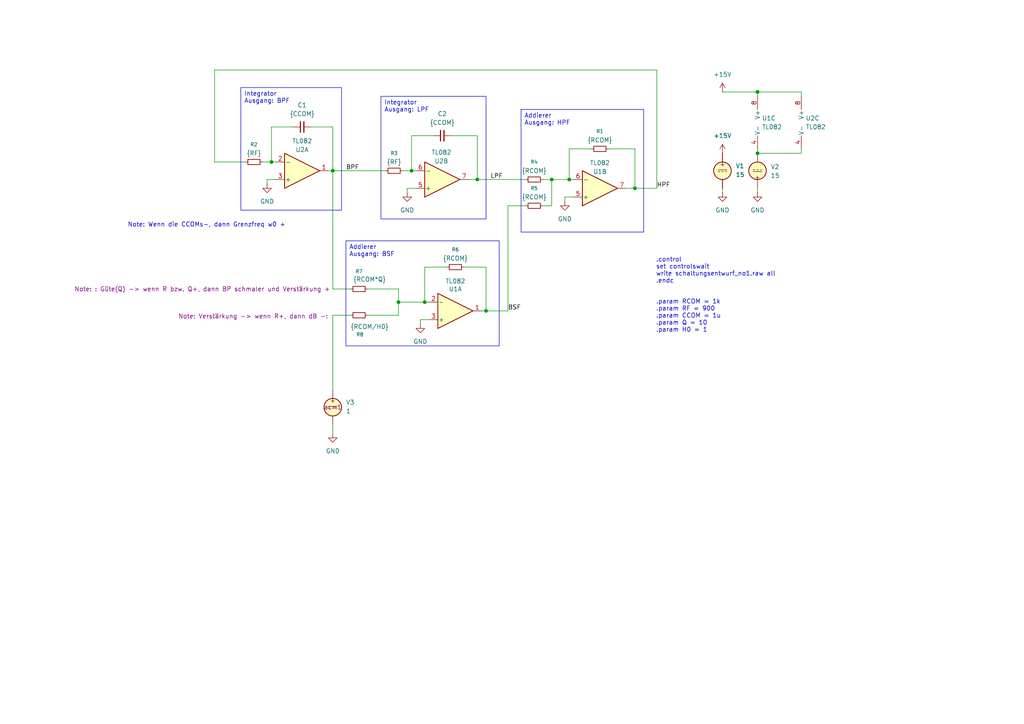
<source format=kicad_sch>
(kicad_sch (version 20250114) (generator "eeschema") (generator_version "9.0")
  (paper "A4")
  (lib_symbols
    (symbol "Amplifier_Operational:TL082" (pin_names (offset 0.127))
      (property "Reference" "U" (at 0 5.08 0))
      (property "Value" "TL082" (at 0 -5.08 0))
      (symbol "TL082_1_1"
        (polyline (pts (xy -5.08 5.08) (xy 5.08 0) (xy -5.08 -5.08) (xy -5.08 5.08)) (stroke (width 0.254)) (fill (type background)))
        (pin input line (at -7.62 2.54 0) (length 2.54) (name "+") (number "3"))
        (pin input line (at -7.62 -2.54 0) (length 2.54) (name "-") (number "2"))
        (pin output line (at 7.62 0 180) (length 2.54) (name "~") (number "1"))
      )
      (symbol "TL082_2_1"
        (polyline (pts (xy -5.08 5.08) (xy 5.08 0) (xy -5.08 -5.08) (xy -5.08 5.08)) (stroke (width 0.254)) (fill (type background)))
        (pin input line (at -7.62 2.54 0) (length 2.54) (name "+") (number "5"))
        (pin input line (at -7.62 -2.54 0) (length 2.54) (name "-") (number "6"))
        (pin output line (at 7.62 0 180) (length 2.54) (name "~") (number "7"))
      )
      (symbol "TL082_3_1"
        (pin power_in line (at -2.54 7.62 270) (length 3.81) (name "V+") (number "8"))
        (pin power_in line (at -2.54 -7.62 90) (length 3.81) (name "V-") (number "4"))
      )
    )
    (symbol "Device:C_Small" (pin_numbers (hide yes)) (pin_names (offset 0.254) (hide yes))
      (property "Reference" "C" (at 0.254 1.778 0))
      (property "Value" "C_Small" (at 0.254 -2.032 0))
      (symbol "C_Small_0_1"
        (polyline (pts (xy -1.524 0.508) (xy 1.524 0.508)) (stroke (width 0.3048)))
        (polyline (pts (xy -1.524 -0.508) (xy 1.524 -0.508)) (stroke (width 0.3302)))
      )
      (symbol "C_Small_1_1"
        (pin passive line (at 0 2.54 270) (length 2.032) (name "~") (number "1"))
        (pin passive line (at 0 -2.54 90) (length 2.032) (name "~") (number "2"))
      )
    )
    (symbol "Device:R_Small" (pin_numbers (hide yes)) (pin_names (offset 0.254) (hide yes))
      (property "Reference" "R" (at 0 0 90))
      (property "Value" "R_Small" (at 1.778 0 90))
      (symbol "R_Small_0_1"
        (rectangle (start -0.762 1.778) (end 0.762 -1.778) (stroke (width 0.2032)))
      )
      (symbol "R_Small_1_1"
        (pin passive line (at 0 2.54 270) (length 0.762) (name "~") (number "1"))
        (pin passive line (at 0 -2.54 90) (length 0.762) (name "~") (number "2"))
      )
    )
    (symbol "Simulation_SPICE:VDC" (pin_numbers (hide yes)) (pin_names (offset 0.0254))
      (property "Reference" "V" (at 2.54 2.54 0))
      (property "Value" "1" (at 2.54 0 0))
      (symbol "VDC_0_0"
        (polyline (pts (xy -1.27 0.254) (xy 1.27 0.254)))
        (polyline (pts (xy -0.762 -0.254) (xy -1.27 -0.254)))
        (polyline (pts (xy 0.254 -0.254) (xy -0.254 -0.254)))
        (polyline (pts (xy 1.27 -0.254) (xy 0.762 -0.254)))
        (text "+" (at 0 1.905 0) (effects (font (size 1.27 1.27))))
      )
      (symbol "VDC_0_1"
        (circle (center 0 0) (radius 2.54) (stroke (width 0.254)) (fill (type background)))
      )
      (symbol "VDC_1_1"
        (pin passive line (at 0 5.08 270) (length 2.54) (name "~") (number "1"))
        (pin passive line (at 0 -5.08 90) (length 2.54) (name "~") (number "2"))
      )
    )
    (symbol "power:+15V" (power) (pin_numbers (hide yes)) (pin_names (offset 0) (hide yes))
      (property "Value" "+15V" (at 0 3.556 0))
      (symbol "+15V_0_1"
        (polyline (pts (xy -0.762 1.27) (xy 0 2.54)))
        (polyline (pts (xy 0 2.54) (xy 0.762 1.27)))
        (polyline (pts (xy 0 0) (xy 0 2.54)))
      )
      (symbol "+15V_1_1"
        (pin power_in line (at 0 0 90) (length 0) (name "~") (number "1"))
      )
    )
    (symbol "power:GND" (power) (pin_numbers (hide yes)) (pin_names (offset 0) (hide yes))
      (property "Value" "GND" (at 0 -3.81 0))
      (symbol "GND_0_1"
        (polyline (pts (xy 0 0) (xy 0 -1.27) (xy 1.27 -1.27) (xy 0 -2.54) (xy -1.27 -1.27) (xy 0 -1.27)))
      )
      (symbol "GND_1_1"
        (pin power_in line (at 0 0 270) (length 0) (name "~") (number "1"))
      )
    )
  )
  (text ".control\nset controlswait\nwrite schaltungsentwurf_no1.raw all\n.endc" (at 190.246 78.486 0) (effects (font (size 1.27 1.27)) (justify left)))
  (text "Note: Wenn die CCOMs-, dann Grenzfreq w0 +" (at 59.944 65.278 0) (effects (font (size 1.27 1.27))))
  (text ".param RCOM = 1k\n.param RF = 900\n.param CCOM = 1u\n.param Q = 10\n.param H0 = 1\n\n" (at 190.246 86.868 0) (effects (font (size 1.27 1.27)) (justify left top)))
  (text_box "Integrator\nAusgang: LPF\n" (at 110.49 27.94 0) (size 30.48 35.56) (margins 0.9525 0.9525 0.9525 0.9525) (effects (font (size 1.27 1.27)) (justify left top)))
  (text_box "Addierer\nAusgang: HPF\n" (at 151.13 31.75 0) (size 35.56 35.56) (margins 0.9525 0.9525 0.9525 0.9525) (effects (font (size 1.27 1.27)) (justify left top)))
  (text_box "Addierer\nAusgang: BSF\n" (at 100.33 69.85 0) (size 44.45 30.48) (margins 0.9525 0.9525 0.9525 0.9525) (effects (font (size 1.27 1.27)) (justify left top)))
  (text_box "Integrator\nAusgang: BPF\n" (at 69.85 25.4 0) (size 29.21 35.56) (margins 0.9525 0.9525 0.9525 0.9525) (effects (font (size 1.27 1.27)) (justify left top)))
  (junction (at 219.71 26.67))
  (junction (at 140.97 90.17))
  (junction (at 119.38 49.53))
  (junction (at 184.15 54.61))
  (junction (at 96.52 49.53))
  (junction (at 219.71 44.45))
  (junction (at 123.19 87.63))
  (junction (at 160.02 52.07))
  (junction (at 115.57 87.63))
  (junction (at 138.43 52.07))
  (junction (at 78.74 46.99))
  (junction (at 165.1 52.07))
  (wire (pts (xy 219.71 43.18) (xy 219.71 44.45)))
  (wire (pts (xy 118.11 54.61) (xy 120.65 54.61)))
  (wire (pts (xy 190.5 20.32) (xy 190.5 54.61)))
  (wire (pts (xy 90.17 36.83) (xy 96.52 36.83)))
  (wire (pts (xy 140.97 90.17) (xy 140.97 77.47)))
  (wire (pts (xy 176.53 43.18) (xy 184.15 43.18)))
  (wire (pts (xy 171.45 43.18) (xy 165.1 43.18)))
  (wire (pts (xy 106.68 91.44) (xy 115.57 91.44)))
  (wire (pts (xy 77.47 52.07) (xy 80.01 52.07)))
  (wire (pts (xy 96.52 83.82) (xy 101.6 83.82)))
  (wire (pts (xy 96.52 36.83) (xy 96.52 49.53)))
  (wire (pts (xy 77.47 53.34) (xy 77.47 52.07)))
  (wire (pts (xy 165.1 43.18) (xy 165.1 52.07)))
  (wire (pts (xy 123.19 87.63) (xy 124.46 87.63)))
  (wire (pts (xy 232.41 44.45) (xy 219.71 44.45)))
  (wire (pts (xy 76.2 46.99) (xy 78.74 46.99)))
  (wire (pts (xy 135.89 52.07) (xy 138.43 52.07)))
  (wire (pts (xy 232.41 43.18) (xy 232.41 44.45)))
  (wire (pts (xy 165.1 52.07) (xy 166.37 52.07)))
  (wire (pts (xy 96.52 123.19) (xy 96.52 125.73)))
  (wire (pts (xy 85.09 36.83) (xy 78.74 36.83)))
  (wire (pts (xy 78.74 46.99) (xy 80.01 46.99)))
  (wire (pts (xy 190.5 54.61) (xy 184.15 54.61)))
  (wire (pts (xy 123.19 77.47) (xy 123.19 87.63)))
  (wire (pts (xy 119.38 39.37) (xy 119.38 49.53)))
  (wire (pts (xy 160.02 52.07) (xy 165.1 52.07)))
  (wire (pts (xy 116.84 49.53) (xy 119.38 49.53)))
  (wire (pts (xy 71.12 46.99) (xy 62.23 46.99)))
  (wire (pts (xy 115.57 91.44) (xy 115.57 87.63)))
  (wire (pts (xy 115.57 83.82) (xy 115.57 87.63)))
  (wire (pts (xy 147.32 59.69) (xy 152.4 59.69)))
  (wire (pts (xy 134.62 77.47) (xy 140.97 77.47)))
  (wire (pts (xy 147.32 90.17) (xy 140.97 90.17)))
  (wire (pts (xy 123.19 77.47) (xy 129.54 77.47)))
  (wire (pts (xy 115.57 87.63) (xy 123.19 87.63)))
  (wire (pts (xy 160.02 59.69) (xy 157.48 59.69)))
  (wire (pts (xy 138.43 39.37) (xy 138.43 52.07)))
  (wire (pts (xy 62.23 46.99) (xy 62.23 20.32)))
  (wire (pts (xy 118.11 55.88) (xy 118.11 54.61)))
  (wire (pts (xy 209.55 26.67) (xy 219.71 26.67)))
  (wire (pts (xy 209.55 54.61) (xy 209.55 55.88)))
  (wire (pts (xy 119.38 49.53) (xy 120.65 49.53)))
  (wire (pts (xy 219.71 55.88) (xy 219.71 54.61)))
  (wire (pts (xy 106.68 83.82) (xy 115.57 83.82)))
  (wire (pts (xy 78.74 36.83) (xy 78.74 46.99)))
  (wire (pts (xy 163.83 58.42) (xy 163.83 57.15)))
  (wire (pts (xy 119.38 39.37) (xy 125.73 39.37)))
  (wire (pts (xy 130.81 39.37) (xy 138.43 39.37)))
  (wire (pts (xy 62.23 20.32) (xy 190.5 20.32)))
  (wire (pts (xy 96.52 91.44) (xy 96.52 113.03)))
  (wire (pts (xy 147.32 59.69) (xy 147.32 90.17)))
  (wire (pts (xy 184.15 54.61) (xy 181.61 54.61)))
  (wire (pts (xy 121.92 92.71) (xy 121.92 93.98)))
  (wire (pts (xy 138.43 52.07) (xy 152.4 52.07)))
  (wire (pts (xy 157.48 52.07) (xy 160.02 52.07)))
  (wire (pts (xy 124.46 92.71) (xy 121.92 92.71)))
  (wire (pts (xy 95.25 49.53) (xy 96.52 49.53)))
  (wire (pts (xy 232.41 27.94) (xy 232.41 26.67)))
  (wire (pts (xy 140.97 90.17) (xy 139.7 90.17)))
  (wire (pts (xy 219.71 26.67) (xy 219.71 27.94)))
  (wire (pts (xy 184.15 43.18) (xy 184.15 54.61)))
  (wire (pts (xy 96.52 91.44) (xy 101.6 91.44)))
  (wire (pts (xy 160.02 59.69) (xy 160.02 52.07)))
  (wire (pts (xy 96.52 49.53) (xy 96.52 83.82)))
  (wire (pts (xy 96.52 49.53) (xy 111.76 49.53)))
  (wire (pts (xy 163.83 57.15) (xy 166.37 57.15)))
  (wire (pts (xy 219.71 26.67) (xy 232.41 26.67)))
  (label "HPF" (at 190.5 54.61 0))
  (label "LPF" (at 142.24 52.07 0))
  (label "BPF" (at 100.33 49.53 0))
  (label "BSF" (at 147.32 90.17 0))
  (symbol (lib_id "Amplifier_Operational:TL082") (at 222.25 35.56 0) (unit 3)
    (property "Reference" "U1" (at 220.98 34.2899 0) (effects (justify left)))
    (property "Value" "TL082" (at 220.98 36.8299 0) (effects (justify left)))
    (property "Footprint" "Package_DIP:CERDIP-8_W7.62mm_SideBrazed_LongPads_Socket" (effects (hide yes)))
    (property "Datasheet" "http://www.ti.com/lit/ds/symlink/tl081.pdf" (effects (hide yes)))
    (property "Description" "Dual JFET-Input Operational Amplifiers, DIP-8/SOIC-8/SSOP-8" (effects (hide yes)))
    (property "Sim.Library" "TL082-dual.lib" (effects (hide yes)))
    (property "Sim.Name" "TL082-dual" (effects (hide yes)))
    (property "Sim.Device" "SUBCKT" (effects (hide yes)))
    (property "Sim.Pins" "1=1out 2=1in- 3=1in+ 4=vcc- 5=2in+ 6=2in- 7=2out 8=vcc+" (effects (hide yes)))
  )
  (symbol (lib_id "Device:R_Small") (at 73.66 46.99 90) (unit 1)
    (property "Reference" "R2" (at 73.66 41.91 90) (effects (font (size 1.016 1.016))))
    (property "Value" "{RF}" (at 73.66 44.45 90))
    (property "Footprint" "000_Footprints:Resistor" (effects (hide yes)))
    (property "Description" "Resistor, small symbol" (effects (hide yes)))
  )
  (symbol (lib_id "Device:R_Small") (at 154.94 52.07 90) (unit 1)
    (property "Reference" "R4" (at 154.94 46.99 90) (effects (font (size 1.016 1.016))))
    (property "Value" "{RCOM}" (at 154.94 49.53 90))
    (property "Footprint" "000_Footprints:Resistor" (effects (hide yes)))
    (property "Description" "Resistor, small symbol" (effects (hide yes)))
  )
  (symbol (lib_id "Simulation_SPICE:VDC") (at 96.52 118.11 0) (unit 1)
    (property "Reference" "V3" (at 100.33 116.7101 0) (effects (justify left)))
    (property "Value" "1" (at 100.33 119.2501 0) (effects (justify left)))
    (property "Datasheet" "https://ngspice.sourceforge.io/docs/ngspice-html-manual/manual.xhtml#sec_Independent_Sources_for" (effects (hide yes)))
    (property "Description" "Voltage source, DC" (effects (hide yes)))
    (property "Sim.Pins" "1=+ 2=-" (effects (hide yes)))
    (property "Sim.Type" "DC" (effects (hide yes)))
    (property "Sim.Device" "V" (effects (hide yes)))
    (property "Sim.Params" "ac=1" (at 96.52 118.11 0))
  )
  (symbol (lib_id "power:GND") (at 163.83 58.42 0) (unit 1)
    (property "Reference" "#PWR04" (effects (hide yes)))
    (property "Value" "GND" (at 163.83 63.5 0))
    (property "Description" "Power symbol creates a global label with name \"GND\" , ground" (effects (hide yes)))
  )
  (symbol (lib_id "power:GND") (at 219.71 55.88 0) (unit 1)
    (property "Reference" "#PWR05" (effects (hide yes)))
    (property "Value" "GND" (at 219.71 60.96 0))
    (property "Description" "Power symbol creates a global label with name \"GND\" , ground" (effects (hide yes)))
  )
  (symbol (lib_id "Device:C_Small") (at 87.63 36.83 90) (unit 1)
    (property "Reference" "C1" (at 87.6363 30.48 90))
    (property "Value" "{CCOM}" (at 87.6363 33.02 90))
    (property "Description" "Unpolarized capacitor, small symbol" (effects (hide yes)))
  )
  (symbol (lib_id "Simulation_SPICE:VDC") (at 219.71 49.53 180) (unit 1)
    (property "Reference" "V2" (at 223.52 48.3897 0) (effects (justify right)))
    (property "Value" "15" (at 223.52 50.9297 0) (effects (justify right)))
    (property "Datasheet" "https://ngspice.sourceforge.io/docs/ngspice-html-manual/manual.xhtml#sec_Independent_Sources_for" (effects (hide yes)))
    (property "Description" "Voltage source, DC" (effects (hide yes)))
    (property "Sim.Pins" "1=+ 2=-" (effects (hide yes)))
    (property "Sim.Type" "DC" (effects (hide yes)))
    (property "Sim.Device" "V" (effects (hide yes)))
  )
  (symbol (lib_id "power:GND") (at 121.92 93.98 0) (unit 1)
    (property "Reference" "#PWR06" (effects (hide yes)))
    (property "Value" "GND" (at 121.92 99.06 0))
    (property "Description" "Power symbol creates a global label with name \"GND\" , ground" (effects (hide yes)))
  )
  (symbol (lib_id "Device:C_Small") (at 128.27 39.37 90) (unit 1)
    (property "Reference" "C2" (at 128.2763 33.02 90))
    (property "Value" "{CCOM}" (at 128.2763 35.56 90))
    (property "Description" "Unpolarized capacitor, small symbol" (effects (hide yes)))
  )
  (symbol (lib_id "Amplifier_Operational:TL082") (at 173.99 54.61 0) (mirror x) (unit 2)
    (property "Reference" "U1" (at 173.99 49.784 0))
    (property "Value" "TL082" (at 173.99 47.244 0))
    (property "Footprint" "Package_DIP:CERDIP-8_W7.62mm_SideBrazed_LongPads_Socket" (effects (hide yes)))
    (property "Datasheet" "http://www.ti.com/lit/ds/symlink/tl081.pdf" (effects (hide yes)))
    (property "Description" "Dual JFET-Input Operational Amplifiers, DIP-8/SOIC-8/SSOP-8" (effects (hide yes)))
    (property "Sim.Library" "TL082-dual.lib" (effects (hide yes)))
    (property "Sim.Name" "TL082-dual" (effects (hide yes)))
    (property "Sim.Device" "SUBCKT" (effects (hide yes)))
    (property "Sim.Pins" "1=1out 2=1in- 3=1in+ 4=vcc- 5=2in+ 6=2in- 7=2out 8=vcc+" (effects (hide yes)))
  )
  (symbol (lib_id "power:GND") (at 118.11 55.88 0) (unit 1)
    (property "Reference" "#PWR03" (effects (hide yes)))
    (property "Value" "GND" (at 118.11 60.96 0))
    (property "Description" "Power symbol creates a global label with name \"GND\" , ground" (effects (hide yes)))
  )
  (symbol (lib_id "Device:R_Small") (at 173.99 43.18 90) (unit 1)
    (property "Reference" "R1" (at 173.99 38.1 90) (effects (font (size 1.016 1.016))))
    (property "Value" "{RCOM}" (at 173.99 40.64 90))
    (property "Footprint" "000_Footprints:Resistor" (effects (hide yes)))
    (property "Description" "Resistor, small symbol" (effects (hide yes)))
  )
  (symbol (lib_id "power:GND") (at 96.52 125.73 0) (unit 1)
    (property "Reference" "#PWR07" (effects (hide yes)))
    (property "Value" "GND" (at 96.52 130.81 0))
    (property "Description" "Power symbol creates a global label with name \"GND\" , ground" (effects (hide yes)))
  )
  (symbol (lib_id "Amplifier_Operational:TL082") (at 132.08 90.17 0) (mirror x) (unit 1)
    (property "Reference" "U1" (at 132.08 83.82 0))
    (property "Value" "TL082" (at 132.08 81.534 0))
    (property "Footprint" "Package_DIP:CERDIP-8_W7.62mm_SideBrazed_LongPads_Socket" (effects (hide yes)))
    (property "Datasheet" "http://www.ti.com/lit/ds/symlink/tl081.pdf" (effects (hide yes)))
    (property "Description" "Dual JFET-Input Operational Amplifiers, DIP-8/SOIC-8/SSOP-8" (effects (hide yes)))
    (property "Sim.Library" "TL082-dual.lib" (effects (hide yes)))
    (property "Sim.Name" "TL082-dual" (effects (hide yes)))
    (property "Sim.Device" "SUBCKT" (effects (hide yes)))
    (property "Sim.Pins" "1=1out 2=1in- 3=1in+ 4=vcc- 5=2in+ 6=2in- 7=2out 8=vcc+" (effects (hide yes)))
  )
  (symbol (lib_id "Device:R_Small") (at 104.14 83.82 90) (unit 1)
    (property "Reference" "R7" (at 104.14 78.74 90) (effects (font (size 1.016 1.016))))
    (property "Value" "{RCOM*Q}" (at 107.188 81.026 90))
    (property "Footprint" "000_Footprints:Trimmer straight" (effects (hide yes)))
    (property "Description" "Resistor, small symbol" (effects (hide yes)))
    (property "Note: " "Güte(Q) -> wenn R bzw. Q+, dann BP schmaler und Verstärkung +" (at 58.674 83.82 90) (show_name yes))
  )
  (symbol (lib_id "power:GND") (at 77.47 53.34 0) (unit 1)
    (property "Reference" "#PWR02" (effects (hide yes)))
    (property "Value" "GND" (at 77.47 58.42 0))
    (property "Description" "Power symbol creates a global label with name \"GND\" , ground" (effects (hide yes)))
  )
  (symbol (lib_id "Simulation_SPICE:VDC") (at 209.55 49.53 0) (unit 1)
    (property "Reference" "V1" (at 213.36 48.1301 0) (effects (justify left)))
    (property "Value" "15" (at 213.36 50.6701 0) (effects (justify left)))
    (property "Datasheet" "https://ngspice.sourceforge.io/docs/ngspice-html-manual/manual.xhtml#sec_Independent_Sources_for" (effects (hide yes)))
    (property "Description" "Voltage source, DC" (effects (hide yes)))
    (property "Sim.Pins" "1=+ 2=-" (effects (hide yes)))
    (property "Sim.Type" "DC" (effects (hide yes)))
    (property "Sim.Device" "V" (effects (hide yes)))
  )
  (symbol (lib_id "Device:R_Small") (at 132.08 77.47 90) (unit 1)
    (property "Reference" "R6" (at 132.08 72.39 90) (effects (font (size 1.016 1.016))))
    (property "Value" "{RCOM}" (at 132.08 74.93 90))
    (property "Footprint" "000_Footprints:Resistor" (effects (hide yes)))
    (property "Description" "Resistor, small symbol" (effects (hide yes)))
  )
  (symbol (lib_id "Device:R_Small") (at 104.14 91.44 90) (unit 1)
    (property "Reference" "R8" (at 104.394 97.028 90) (effects (font (size 1.016 1.016))))
    (property "Value" "{RCOM/H0}" (at 107.188 94.742 90))
    (property "Footprint" "000_Footprints:Trimmer straight" (effects (hide yes)))
    (property "Description" "Resistor, small symbol" (effects (hide yes)))
  )
  (symbol (lib_id "power:+15V") (at 209.55 26.67 0) (unit 1)
    (property "Reference" "#PWR08" (effects (hide yes)))
    (property "Value" "+15V" (at 209.55 21.59 0))
    (property "Description" "Power symbol creates a global label with name \"+15V\"" (effects (hide yes)))
  )
  (symbol (lib_id "power:GND") (at 209.55 55.88 0) (unit 1)
    (property "Reference" "#PWR01" (effects (hide yes)))
    (property "Value" "GND" (at 209.55 60.96 0))
    (property "Description" "Power symbol creates a global label with name \"GND\" , ground" (effects (hide yes)))
  )
  (symbol (lib_id "Amplifier_Operational:TL082") (at 234.95 35.56 0) (unit 3)
    (property "Reference" "U2" (at 233.68 34.2899 0) (effects (justify left)))
    (property "Value" "TL082" (at 233.68 36.8299 0) (effects (justify left)))
    (property "Footprint" "Package_DIP:CERDIP-8_W7.62mm_SideBrazed_LongPads_Socket" (effects (hide yes)))
    (property "Datasheet" "http://www.ti.com/lit/ds/symlink/tl081.pdf" (effects (hide yes)))
    (property "Description" "Dual JFET-Input Operational Amplifiers, DIP-8/SOIC-8/SSOP-8" (effects (hide yes)))
    (property "Sim.Library" "TL082-dual.lib" (effects (hide yes)))
    (property "Sim.Name" "TL082-dual" (effects (hide yes)))
    (property "Sim.Device" "SUBCKT" (effects (hide yes)))
    (property "Sim.Pins" "1=1out 2=1in- 3=1in+ 4=vcc- 5=2in+ 6=2in- 7=2out 8=vcc+" (effects (hide yes)))
  )
  (symbol (lib_id "power:+15V") (at 209.55 44.45 0) (unit 1)
    (property "Reference" "#PWR09" (effects (hide yes)))
    (property "Value" "+15V" (at 209.55 39.37 0))
    (property "Description" "Power symbol creates a global label with name \"+15V\"" (effects (hide yes)))
  )
  (symbol (lib_id "Amplifier_Operational:TL082") (at 87.63 49.53 0) (mirror x) (unit 1)
    (property "Reference" "U2" (at 87.63 43.434 0))
    (property "Value" "TL082" (at 87.63 40.894 0))
    (property "Footprint" "Package_DIP:CERDIP-8_W7.62mm_SideBrazed_LongPads_Socket" (effects (hide yes)))
    (property "Datasheet" "http://www.ti.com/lit/ds/symlink/tl081.pdf" (effects (hide yes)))
    (property "Description" "Dual JFET-Input Operational Amplifiers, DIP-8/SOIC-8/SSOP-8" (effects (hide yes)))
    (property "Sim.Library" "TL082-dual.lib" (effects (hide yes)))
    (property "Sim.Name" "TL082-dual" (effects (hide yes)))
    (property "Sim.Device" "SUBCKT" (effects (hide yes)))
    (property "Sim.Pins" "1=1out 2=1in- 3=1in+ 4=vcc- 5=2in+ 6=2in- 7=2out 8=vcc+" (effects (hide yes)))
  )
  (symbol (lib_id "Amplifier_Operational:TL082") (at 128.27 52.07 0) (mirror x) (unit 2)
    (property "Reference" "U2" (at 128.016 46.736 0))
    (property "Value" "TL082" (at 128.016 44.196 0))
    (property "Footprint" "Package_DIP:CERDIP-8_W7.62mm_SideBrazed_LongPads_Socket" (effects (hide yes)))
    (property "Datasheet" "http://www.ti.com/lit/ds/symlink/tl081.pdf" (effects (hide yes)))
    (property "Description" "Dual JFET-Input Operational Amplifiers, DIP-8/SOIC-8/SSOP-8" (effects (hide yes)))
    (property "Sim.Library" "TL082-dual.lib" (effects (hide yes)))
    (property "Sim.Name" "TL082-dual" (effects (hide yes)))
    (property "Sim.Device" "SUBCKT" (effects (hide yes)))
    (property "Sim.Pins" "1=1out 2=1in- 3=1in+ 4=vcc- 5=2in+ 6=2in- 7=2out 8=vcc+" (effects (hide yes)))
  )
  (symbol (lib_id "Device:R_Small") (at 114.3 49.53 90) (unit 1)
    (property "Reference" "R3" (at 114.3 44.45 90) (effects (font (size 1.016 1.016))))
    (property "Value" "{RF}" (at 114.3 46.99 90))
    (property "Footprint" "000_Footprints:Resistor" (effects (hide yes)))
    (property "Description" "Resistor, small symbol" (effects (hide yes)))
  )
  (symbol (lib_id "Device:R_Small") (at 154.94 59.69 90) (unit 1)
    (property "Reference" "R5" (at 154.94 54.61 90) (effects (font (size 1.016 1.016))))
    (property "Value" "{RCOM}" (at 154.94 57.15 90))
    (property "Footprint" "000_Footprints:Resistor" (effects (hide yes)))
    (property "Description" "Resistor, small symbol" (effects (hide yes)))
  )
)
</source>
